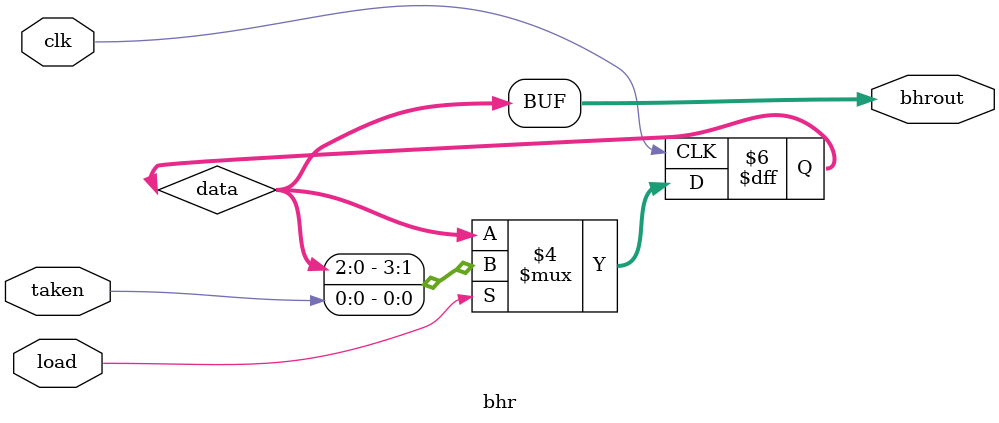
<source format=sv>
module bhr #(parameter width = 4)
(
    input clk,
    input load,
    input taken,
    output logic [width-1:0] bhrout
);
logic [width-1:0] data;

/* Initialize array */

initial
begin
    data = 1'b0;
end

always_ff @(posedge clk)
begin
    if (load)
    begin
        data = {data[width-2:0],taken};
    end
end

assign bhrout = data;

endmodule : bhr
</source>
